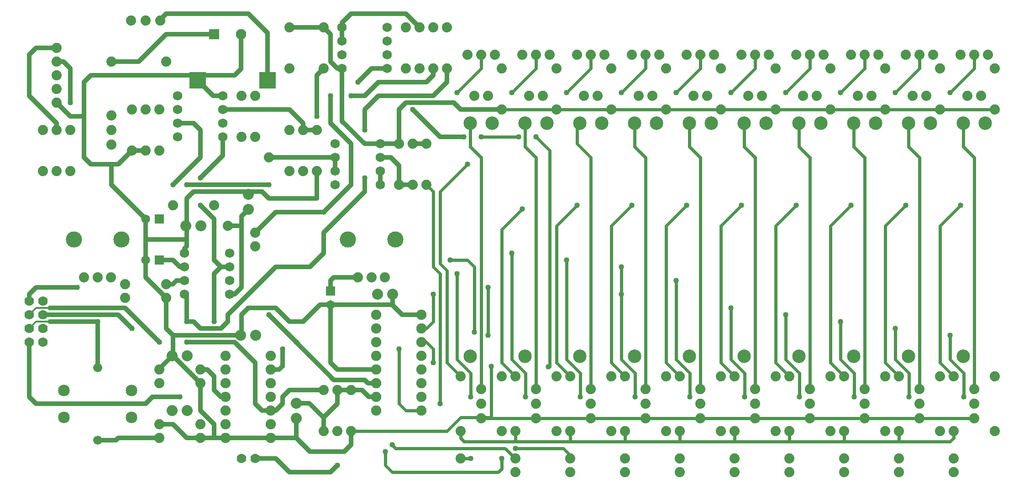
<source format=gbr>
G04 EAGLE Gerber RS-274X export*
G75*
%MOMM*%
%FSLAX34Y34*%
%LPD*%
%INTop Copper*%
%IPPOS*%
%AMOC8*
5,1,8,0,0,1.08239X$1,22.5*%
G01*
%ADD10C,1.727200*%
%ADD11C,1.879600*%
%ADD12C,2.500000*%
%ADD13C,1.905000*%
%ADD14C,2.159000*%
%ADD15C,1.676400*%
%ADD16C,2.032000*%
%ADD17R,1.651000X1.651000*%
%ADD18C,1.651000*%
%ADD19C,3.000000*%
%ADD20R,3.048000X3.048000*%
%ADD21C,1.778000*%
%ADD22C,1.930400*%
%ADD23R,1.930400X1.930400*%
%ADD24C,0.609600*%
%ADD25C,0.812800*%
%ADD26C,1.016000*%
%ADD27C,0.304800*%


D10*
X300990Y419100D03*
X300990Y393700D03*
X300990Y368300D03*
X300990Y342900D03*
X384810Y342900D03*
X384810Y368300D03*
X384810Y393700D03*
X384810Y419100D03*
D11*
X850900Y112522D03*
X850900Y139700D03*
X850900Y166878D03*
X838200Y711200D03*
X863600Y711200D03*
D12*
X830900Y661000D03*
X870900Y661000D03*
X830900Y228000D03*
D11*
X889000Y685800D03*
X889000Y762000D03*
X876300Y787400D03*
X850900Y787400D03*
X825500Y787400D03*
D10*
X664210Y546100D03*
X664210Y571500D03*
X664210Y596900D03*
X664210Y622300D03*
X580390Y622300D03*
X580390Y596900D03*
X580390Y571500D03*
X580390Y546100D03*
D11*
X63500Y749300D03*
X63500Y800100D03*
D10*
X593090Y838200D03*
X593090Y812800D03*
X593090Y787400D03*
X593090Y762000D03*
X676910Y762000D03*
X676910Y787400D03*
X676910Y812800D03*
X676910Y838200D03*
D13*
X377190Y228600D03*
X377190Y203200D03*
X377190Y177800D03*
X377190Y152400D03*
X377190Y127000D03*
X377190Y101600D03*
X377190Y76200D03*
X461010Y76200D03*
X461010Y101600D03*
X461010Y127000D03*
X461010Y152400D03*
X461010Y177800D03*
X461010Y203200D03*
X461010Y228600D03*
D11*
X812800Y190500D03*
X812800Y88900D03*
D14*
X77200Y164700D03*
X202200Y164700D03*
X77200Y114700D03*
X202200Y114700D03*
D15*
X139700Y207200D03*
X139700Y72200D03*
D11*
X914400Y12700D03*
X914400Y38100D03*
X254000Y203200D03*
X330200Y203200D03*
X330200Y177800D03*
X254000Y177800D03*
D16*
X306070Y228600D03*
X278130Y228600D03*
D11*
X330200Y76200D03*
X254000Y76200D03*
X279400Y508000D03*
X355600Y508000D03*
D17*
X254000Y406400D03*
D18*
X228600Y406400D03*
D17*
X571500Y349250D03*
D18*
X571500Y323850D03*
D11*
X762000Y762000D03*
X762000Y838200D03*
X38100Y571500D03*
X38100Y647700D03*
X254000Y685800D03*
X254000Y609600D03*
X203200Y609600D03*
X203200Y685800D03*
X165100Y674878D03*
X165100Y647700D03*
X165100Y620522D03*
X952500Y112522D03*
X952500Y139700D03*
X952500Y166878D03*
X939800Y711200D03*
X965200Y711200D03*
D12*
X932500Y661000D03*
X972500Y661000D03*
X932500Y228000D03*
D11*
X990600Y685800D03*
X990600Y762000D03*
X977900Y787400D03*
X952500Y787400D03*
X927100Y787400D03*
X914400Y190500D03*
X914400Y88900D03*
X1016000Y12700D03*
X1016000Y38100D03*
X1054100Y112522D03*
X1054100Y139700D03*
X1054100Y166878D03*
X1041400Y711200D03*
X1066800Y711200D03*
D12*
X1034100Y661000D03*
X1074100Y661000D03*
X1034100Y228000D03*
D11*
X1092200Y685800D03*
X1092200Y762000D03*
X1079500Y787400D03*
X1054100Y787400D03*
X1028700Y787400D03*
X1016000Y190500D03*
X1016000Y88900D03*
X1117600Y12700D03*
X1117600Y38100D03*
X1155700Y112522D03*
X1155700Y139700D03*
X1155700Y166878D03*
X1143000Y711200D03*
X1168400Y711200D03*
D12*
X1135700Y661000D03*
X1175700Y661000D03*
X1135700Y228000D03*
D11*
X1193800Y685800D03*
X1193800Y762000D03*
X1181100Y787400D03*
X1155700Y787400D03*
X1130300Y787400D03*
X1117600Y190500D03*
X1117600Y88900D03*
X1219200Y12700D03*
X1219200Y38100D03*
X1257300Y112522D03*
X1257300Y139700D03*
X1257300Y166878D03*
X1244600Y711200D03*
X1270000Y711200D03*
D12*
X1237300Y661000D03*
X1277300Y661000D03*
X1237300Y228000D03*
D11*
X1295400Y685800D03*
X1295400Y762000D03*
X1282700Y787400D03*
X1257300Y787400D03*
X1231900Y787400D03*
X1219200Y190500D03*
X1219200Y88900D03*
X1358900Y112522D03*
X1358900Y139700D03*
X1358900Y166878D03*
X1346200Y711200D03*
X1371600Y711200D03*
D12*
X1338900Y661000D03*
X1378900Y661000D03*
X1338900Y228000D03*
D11*
X1397000Y685800D03*
X1397000Y762000D03*
X1384300Y787400D03*
X1358900Y787400D03*
X1333500Y787400D03*
X1320800Y190500D03*
X1320800Y88900D03*
X1422400Y12700D03*
X1422400Y38100D03*
X1460500Y112522D03*
X1460500Y139700D03*
X1460500Y166878D03*
X1447800Y711200D03*
X1473200Y711200D03*
D12*
X1440500Y661000D03*
X1480500Y661000D03*
X1440500Y228000D03*
D11*
X1498600Y685800D03*
X1498600Y762000D03*
X1485900Y787400D03*
X1460500Y787400D03*
X1435100Y787400D03*
X1422400Y190500D03*
X1422400Y88900D03*
X1524000Y12700D03*
X1524000Y38100D03*
X1562100Y112522D03*
X1562100Y139700D03*
X1562100Y166878D03*
X1549400Y711200D03*
X1574800Y711200D03*
D12*
X1542100Y661000D03*
X1582100Y661000D03*
X1542100Y228000D03*
D11*
X1600200Y685800D03*
X1600200Y762000D03*
X1587500Y787400D03*
X1562100Y787400D03*
X1536700Y787400D03*
X1524000Y190500D03*
X1524000Y88900D03*
X1625600Y12700D03*
X1625600Y38100D03*
X1663700Y112522D03*
X1663700Y139700D03*
X1663700Y166878D03*
X1651000Y711200D03*
X1676400Y711200D03*
D12*
X1643700Y661000D03*
X1683700Y661000D03*
X1643700Y228000D03*
D11*
X1701800Y685800D03*
X1701800Y762000D03*
X1689100Y787400D03*
X1663700Y787400D03*
X1638300Y787400D03*
X1625600Y190500D03*
X1625600Y88900D03*
X1727200Y12700D03*
X1727200Y38100D03*
X1765300Y112522D03*
X1765300Y139700D03*
X1765300Y166878D03*
X1752600Y711200D03*
X1778000Y711200D03*
D12*
X1745300Y661000D03*
X1785300Y661000D03*
X1745300Y228000D03*
D11*
X1803400Y685800D03*
X1803400Y762000D03*
X1790700Y787400D03*
X1765300Y787400D03*
X1739900Y787400D03*
X1727200Y190500D03*
X1727200Y88900D03*
X1320800Y12700D03*
X1320800Y38100D03*
X266700Y361950D03*
X190500Y361950D03*
X609600Y88900D03*
X609600Y165100D03*
X114700Y374500D03*
X139700Y374500D03*
X164700Y374500D03*
D19*
X95700Y444500D03*
X183700Y444500D03*
D11*
X622700Y374500D03*
X647700Y374500D03*
X672700Y374500D03*
D19*
X603700Y444500D03*
X691700Y444500D03*
D11*
X266700Y336550D03*
X190500Y336550D03*
X431800Y457200D03*
X431800Y431800D03*
X812800Y38100D03*
D17*
X254000Y482600D03*
D18*
X228600Y482600D03*
D16*
X433070Y266700D03*
X405130Y266700D03*
X659130Y342900D03*
X687070Y342900D03*
X331470Y469900D03*
X303530Y469900D03*
X419100Y500380D03*
X419100Y528320D03*
D11*
X889000Y88900D03*
X889000Y190500D03*
X990600Y88900D03*
X990600Y190500D03*
X1092200Y88900D03*
X1092200Y190500D03*
X1193800Y88900D03*
X1193800Y190500D03*
X1295400Y88900D03*
X1295400Y190500D03*
X1803400Y88900D03*
X1803400Y190500D03*
X1701800Y88900D03*
X1701800Y190500D03*
X1600200Y88900D03*
X1600200Y190500D03*
X1397000Y88900D03*
X1397000Y190500D03*
X1498600Y88900D03*
X1498600Y190500D03*
X584200Y88900D03*
X584200Y165100D03*
X558800Y165100D03*
X558800Y88900D03*
D13*
X740410Y127000D03*
X740410Y152400D03*
X740410Y177800D03*
X740410Y203200D03*
X740410Y228600D03*
X740410Y254000D03*
X740410Y279400D03*
X740410Y304800D03*
X656590Y304800D03*
X656590Y279400D03*
X656590Y254000D03*
X656590Y228600D03*
X656590Y203200D03*
X656590Y177800D03*
X656590Y152400D03*
X656590Y127000D03*
D20*
X454660Y740410D03*
X325120Y740410D03*
D21*
X38100Y279400D03*
X12700Y279400D03*
X38100Y304800D03*
X12700Y304800D03*
X38100Y330200D03*
X12700Y330200D03*
X38100Y254000D03*
X12700Y254000D03*
D11*
X254000Y101600D03*
X330200Y101600D03*
D21*
X406400Y38100D03*
X431800Y38100D03*
D11*
X381000Y469900D03*
X711200Y762000D03*
X711200Y838200D03*
X558800Y838200D03*
X558800Y762000D03*
X495300Y647700D03*
X495300Y571500D03*
X495300Y838200D03*
X495300Y762000D03*
X698500Y546100D03*
X698500Y622300D03*
X749300Y546100D03*
X749300Y622300D03*
X723900Y622300D03*
X723900Y546100D03*
X63500Y774700D03*
D10*
X372110Y635000D03*
X372110Y660400D03*
X372110Y685800D03*
X372110Y711200D03*
X288290Y711200D03*
X288290Y685800D03*
X288290Y660400D03*
X288290Y635000D03*
D11*
X63500Y571500D03*
X63500Y647700D03*
X88900Y571500D03*
X88900Y647700D03*
X406400Y635000D03*
X406400Y711200D03*
X431800Y711200D03*
X431800Y635000D03*
X520700Y647700D03*
X520700Y571500D03*
X546100Y571500D03*
X546100Y647700D03*
X457200Y596900D03*
X228600Y609600D03*
X228600Y685800D03*
X736600Y762000D03*
X736600Y838200D03*
X787400Y838200D03*
X787400Y762000D03*
X255778Y850900D03*
X228600Y850900D03*
X201422Y850900D03*
X266700Y774700D03*
X165100Y774700D03*
D16*
X508000Y140970D03*
X508000Y113030D03*
D11*
X63500Y723900D03*
X63500Y698500D03*
D22*
X406000Y825500D03*
D23*
X356000Y825500D03*
D16*
X278130Y127000D03*
X306070Y127000D03*
D24*
X1663700Y112522D02*
X1765300Y112522D01*
X1663700Y112522D02*
X1562100Y112522D01*
X1460500Y112522D01*
X1358900Y112522D01*
X1257300Y112522D01*
X1155700Y112522D01*
X1054100Y112522D01*
X952500Y112522D01*
X869950Y112522D01*
X850900Y112522D01*
X889000Y685800D02*
X990600Y685800D01*
X1092200Y685800D01*
X1193800Y685800D01*
X1295400Y685800D01*
X1397000Y685800D01*
X1498600Y685800D01*
X1600200Y685800D01*
X1701800Y685800D01*
X1803400Y685800D01*
X869950Y114300D02*
X869950Y112522D01*
D25*
X558800Y838200D02*
X495300Y838200D01*
X228600Y609600D02*
X203200Y609600D01*
X177800Y584200D01*
X165100Y584200D01*
X127000Y584200D01*
X114300Y596900D01*
X114300Y673100D01*
X114300Y736600D01*
X228600Y482600D02*
X228600Y444500D01*
X300990Y427990D02*
X300990Y419100D01*
X300990Y427990D02*
X304800Y431800D01*
X304800Y468630D02*
X303530Y469900D01*
X304800Y468630D02*
X304800Y444500D01*
X304800Y431800D01*
X304800Y468630D02*
X304800Y520700D01*
X317500Y533400D01*
X419100Y533400D01*
X419100Y528320D01*
X228600Y482600D02*
X165100Y546100D01*
X165100Y584200D01*
X228600Y444500D02*
X228600Y406400D01*
X228600Y444500D02*
X304800Y444500D01*
X279400Y229870D02*
X278130Y228600D01*
X279400Y229870D02*
X279400Y266700D01*
X266700Y279400D01*
X266700Y336550D01*
X228600Y374650D01*
X228600Y406400D01*
X278130Y228600D02*
X254000Y204470D01*
X254000Y203200D01*
X279400Y228600D02*
X330200Y177800D01*
X279400Y228600D02*
X278130Y228600D01*
X279400Y266700D02*
X405130Y266700D01*
X406400Y267970D01*
X406400Y304800D01*
X330200Y177800D02*
X330200Y127000D01*
X355600Y101600D01*
X355600Y76200D01*
X377190Y76200D02*
X461010Y76200D01*
X330200Y76200D02*
X304800Y76200D01*
X279400Y101600D01*
X254000Y101600D01*
X354330Y711200D02*
X372110Y711200D01*
X558800Y838200D02*
X571500Y825500D01*
X571500Y774700D01*
X584200Y762000D02*
X593090Y762000D01*
X584200Y762000D02*
X571500Y774700D01*
X664210Y622300D02*
X698500Y622300D01*
X593090Y664210D02*
X593090Y762000D01*
X698500Y685800D02*
X698500Y622300D01*
X698500Y685800D02*
X711200Y698500D01*
X800100Y698500D01*
X812800Y685800D01*
X889000Y685800D01*
X546100Y571500D02*
X546100Y520700D01*
X457200Y520700D01*
X444500Y533400D01*
X419100Y533400D01*
X461010Y76200D02*
X508000Y76200D01*
X508000Y113030D01*
X508000Y76200D02*
X533400Y50800D01*
X596900Y50800D01*
X609600Y63500D01*
X609600Y88900D01*
X584200Y203200D02*
X656590Y203200D01*
X584200Y203200D02*
X571500Y215900D01*
X377190Y76200D02*
X355600Y76200D01*
X330200Y76200D01*
X635000Y622300D02*
X593090Y664210D01*
X635000Y622300D02*
X664210Y622300D01*
D26*
X869950Y209550D03*
D24*
X869950Y114300D01*
X812800Y114300D01*
X787400Y88900D01*
X609600Y88900D01*
D25*
X571500Y323850D02*
X685800Y323850D01*
X704850Y304800D02*
X740410Y304800D01*
X704850Y304800D02*
X685800Y323850D01*
X687070Y325120D02*
X687070Y342900D01*
X687070Y325120D02*
X685800Y323850D01*
X88900Y673100D02*
X63500Y698500D01*
X88900Y673100D02*
X114300Y673100D01*
X552450Y323850D02*
X571500Y323850D01*
X552450Y323850D02*
X520700Y292100D01*
X571500Y323850D02*
X571500Y215900D01*
X520700Y292100D02*
X495300Y292100D01*
X469900Y317500D01*
X419100Y317500D01*
X406400Y304800D01*
X393700Y749300D02*
X406000Y761600D01*
X406000Y825500D01*
X325120Y740410D02*
X354330Y711200D01*
X334010Y749300D02*
X393700Y749300D01*
X325120Y740410D02*
X316230Y749300D01*
X127000Y749300D01*
X114300Y736600D01*
X325120Y740410D02*
X334010Y749300D01*
D24*
X850900Y762000D02*
X850900Y787400D01*
X850900Y762000D02*
X806450Y717550D01*
D26*
X806450Y717550D03*
D24*
X812800Y38100D02*
X831850Y38100D01*
D26*
X831850Y38100D03*
X831850Y152400D03*
D24*
X831850Y196850D01*
X806450Y222250D01*
D26*
X806450Y381000D03*
D24*
X806450Y222250D01*
X952500Y762000D02*
X952500Y787400D01*
X952500Y762000D02*
X908050Y717550D01*
D26*
X908050Y717550D03*
X908050Y419100D03*
D24*
X908050Y222250D01*
X933450Y196850D01*
X933450Y152400D01*
D26*
X933450Y152400D03*
D24*
X895350Y57150D02*
X914400Y38100D01*
X895350Y57150D02*
X692150Y57150D01*
X685800Y63500D01*
D26*
X685800Y63500D03*
D24*
X1054100Y762000D02*
X1054100Y787400D01*
X1054100Y762000D02*
X1009650Y717550D01*
D26*
X1009650Y717550D03*
X1009650Y406400D03*
D24*
X1009650Y222250D01*
X1035050Y196850D01*
X1035050Y152400D01*
D26*
X1035050Y152400D03*
D24*
X889000Y19050D02*
X882650Y12700D01*
X889000Y19050D02*
X889000Y38100D01*
D26*
X889000Y38100D03*
X914400Y57150D03*
D24*
X1003300Y57150D01*
X1016000Y44450D01*
X1016000Y38100D01*
X882650Y12700D02*
X685800Y12700D01*
X673100Y25400D01*
X673100Y50800D01*
D26*
X673100Y50800D03*
D24*
X1155700Y762000D02*
X1155700Y787400D01*
X1155700Y762000D02*
X1111250Y717550D01*
D26*
X1111250Y717550D03*
X1111250Y393700D03*
D24*
X1111250Y342900D01*
X1111250Y222250D01*
X1136650Y196850D01*
X1136650Y152400D01*
D26*
X1136650Y152400D03*
D24*
X749300Y279400D02*
X740410Y279400D01*
X749300Y279400D02*
X762000Y292100D01*
X762000Y342900D01*
D26*
X762000Y342900D03*
X1111250Y342900D03*
D24*
X1257300Y762000D02*
X1257300Y787400D01*
X1257300Y762000D02*
X1212850Y717550D01*
D26*
X1212850Y717550D03*
X1212850Y368300D03*
D24*
X1212850Y222250D01*
X1238250Y196850D01*
X1238250Y152400D01*
D26*
X1238250Y152400D03*
D24*
X1358900Y762000D02*
X1358900Y787400D01*
X1358900Y762000D02*
X1314450Y717550D01*
D26*
X1314450Y717550D03*
D24*
X1314450Y222250D02*
X1339850Y196850D01*
X1339850Y152400D01*
D26*
X1339850Y152400D03*
D24*
X1314450Y222250D02*
X1314450Y317500D01*
D26*
X1314450Y317500D03*
D24*
X740410Y127000D02*
X711200Y127000D01*
X698500Y139700D01*
X698500Y241300D01*
D26*
X698500Y241300D03*
D24*
X1460500Y762000D02*
X1460500Y787400D01*
X1460500Y762000D02*
X1416050Y717550D01*
D26*
X1416050Y717550D03*
X1416050Y304800D03*
D24*
X1416050Y222250D01*
X1441450Y196850D01*
X1441450Y152400D01*
D26*
X1441450Y152400D03*
D24*
X1562100Y762000D02*
X1562100Y787400D01*
X1562100Y762000D02*
X1517650Y717550D01*
D26*
X1517650Y717550D03*
D24*
X1517650Y222250D02*
X1543050Y196850D01*
X1543050Y152400D01*
D26*
X1543050Y152400D03*
D24*
X1517650Y222250D02*
X1517650Y292100D01*
D26*
X1517650Y292100D03*
D24*
X749300Y254000D02*
X740410Y254000D01*
X749300Y254000D02*
X762000Y241300D01*
X762000Y215900D01*
D26*
X762000Y215900D03*
D24*
X1663700Y762000D02*
X1663700Y787400D01*
X1663700Y762000D02*
X1619250Y717550D01*
D26*
X1619250Y717550D03*
X1619250Y279400D03*
D24*
X1619250Y222250D01*
X1644650Y196850D01*
X1644650Y152400D01*
D26*
X1644650Y152400D03*
X838200Y273050D03*
D24*
X838200Y393700D01*
X825500Y406400D01*
X793750Y406400D01*
D26*
X793750Y406400D03*
D24*
X1765300Y762000D02*
X1765300Y787400D01*
X1765300Y762000D02*
X1720850Y717550D01*
D26*
X1720850Y717550D03*
X1720850Y266700D03*
D24*
X1720850Y222250D01*
X1746250Y196850D02*
X1746250Y152400D01*
D26*
X1746250Y152400D03*
D24*
X1746250Y196850D02*
X1720850Y222250D01*
D26*
X863600Y266700D03*
X863600Y355600D03*
D24*
X863600Y266700D01*
D25*
X356000Y825500D02*
X266700Y825500D01*
X215900Y774700D01*
X165100Y774700D01*
D24*
X850900Y596900D02*
X850900Y166878D01*
X830900Y616900D02*
X830900Y661000D01*
X830900Y616900D02*
X850900Y596900D01*
X787400Y215900D02*
X812800Y190500D01*
X787400Y215900D02*
X787400Y387350D01*
X774700Y400050D01*
X774700Y533400D01*
X825500Y584200D01*
D26*
X825500Y584200D03*
D24*
X977900Y609600D02*
X977900Y208280D01*
X977900Y609600D02*
X952500Y635000D01*
D26*
X952500Y635000D03*
X920750Y635000D03*
D24*
X850900Y635000D01*
D26*
X850900Y635000D03*
X819150Y635000D03*
D24*
X975360Y208280D02*
X977900Y208280D01*
D26*
X975360Y208280D03*
X723900Y685800D03*
D25*
X774700Y635000D01*
X819150Y635000D01*
D24*
X1727200Y88900D02*
X1727200Y76200D01*
X1720850Y69850D01*
X1625600Y69850D01*
X1524000Y69850D01*
X1422400Y69850D01*
X1320800Y69850D01*
X1219200Y69850D01*
X1117600Y69850D01*
X1016000Y69850D01*
X914400Y69850D01*
X819150Y69850D01*
X1625600Y69850D02*
X1625600Y88900D01*
X1524000Y88900D02*
X1524000Y69850D01*
X1422400Y69850D02*
X1422400Y88900D01*
X1320800Y88900D02*
X1320800Y69850D01*
X1219200Y69850D02*
X1219200Y88900D01*
X812800Y88900D02*
X812800Y76200D01*
X819150Y69850D01*
X914400Y69850D02*
X914400Y88900D01*
X1016000Y88900D02*
X1016000Y69850D01*
X1117600Y69850D02*
X1117600Y88900D01*
X762000Y533400D02*
X749300Y546100D01*
X762000Y533400D02*
X762000Y393700D01*
X774700Y381000D01*
X774700Y139700D01*
D26*
X774700Y139700D03*
D25*
X469900Y38100D02*
X431800Y38100D01*
X469900Y38100D02*
X495300Y12700D01*
X571500Y12700D01*
X584200Y25400D01*
D26*
X584200Y25400D03*
D25*
X342900Y203200D02*
X330200Y203200D01*
X342900Y203200D02*
X355600Y190500D01*
X355600Y165100D01*
X368300Y152400D01*
X377190Y152400D01*
X173800Y72200D02*
X139700Y72200D01*
X177800Y76200D02*
X254000Y76200D01*
X177800Y76200D02*
X173800Y72200D01*
D26*
X457200Y546100D03*
X304800Y546100D03*
D25*
X457200Y546100D01*
D26*
X482600Y241300D03*
D25*
X482600Y209550D01*
X476250Y203200D01*
X461010Y203200D01*
X642620Y152400D02*
X656590Y152400D01*
X642620Y152400D02*
X629920Y165100D01*
X609600Y165100D01*
X584200Y165100D01*
X584200Y139700D01*
X558800Y114300D01*
X558800Y88900D01*
X532130Y140970D02*
X508000Y140970D01*
X532130Y140970D02*
X558800Y114300D01*
X571500Y349250D02*
X571500Y368300D01*
X577700Y374500D01*
X622700Y374500D01*
D24*
X952500Y166878D02*
X952500Y596900D01*
X932500Y616900D02*
X932500Y661000D01*
X932500Y616900D02*
X952500Y596900D01*
X889000Y215900D02*
X914400Y190500D01*
X889000Y215900D02*
X889000Y463550D01*
D26*
X927100Y501650D03*
D24*
X889000Y463550D01*
X1028700Y622300D02*
X1054100Y596900D01*
X1054100Y166878D01*
X1028700Y622300D02*
X1028700Y655600D01*
X1034100Y661000D01*
X990600Y215900D02*
X1016000Y190500D01*
X990600Y215900D02*
X990600Y469900D01*
X1028700Y508000D01*
D26*
X1028700Y508000D03*
D24*
X1135700Y616900D02*
X1135700Y661000D01*
X1135700Y616900D02*
X1155700Y596900D01*
X1155700Y166878D01*
X1117600Y190500D02*
X1092200Y215900D01*
X1092200Y469900D01*
D26*
X1130300Y508000D03*
D24*
X1092200Y469900D01*
X1237300Y616900D02*
X1237300Y661000D01*
X1237300Y616900D02*
X1257300Y596900D01*
X1257300Y166878D01*
X1219200Y190500D02*
X1193800Y215900D01*
X1193800Y469900D01*
X1231900Y508000D01*
D26*
X1231900Y508000D03*
D24*
X1358900Y596900D02*
X1358900Y166878D01*
X1338900Y616900D02*
X1338900Y661000D01*
X1338900Y616900D02*
X1358900Y596900D01*
X1295400Y215900D02*
X1320800Y190500D01*
X1295400Y215900D02*
X1295400Y469900D01*
D26*
X1333500Y508000D03*
D24*
X1295400Y469900D01*
X1440500Y616900D02*
X1440500Y661000D01*
X1440500Y616900D02*
X1460500Y596900D01*
X1460500Y166878D01*
X1422400Y190500D02*
X1397000Y215900D01*
X1397000Y469900D01*
D26*
X1435100Y508000D03*
D24*
X1397000Y469900D01*
X1562100Y596900D02*
X1562100Y166878D01*
X1562100Y596900D02*
X1542100Y616900D01*
X1542100Y661000D01*
X1498600Y215900D02*
X1524000Y190500D01*
X1498600Y215900D02*
X1498600Y469900D01*
D26*
X1536700Y508000D03*
D24*
X1498600Y469900D01*
X1643700Y616900D02*
X1643700Y661000D01*
X1643700Y616900D02*
X1663700Y596900D01*
X1663700Y166878D01*
X1625600Y190500D02*
X1600200Y215900D01*
X1600200Y469900D01*
X1638300Y508000D01*
D26*
X1638300Y508000D03*
D24*
X1765300Y596900D02*
X1765300Y166878D01*
X1765300Y596900D02*
X1745300Y616900D01*
X1745300Y661000D01*
X1701800Y215900D02*
X1727200Y190500D01*
X1701800Y215900D02*
X1701800Y469900D01*
X1739900Y508000D01*
D26*
X1739900Y508000D03*
D25*
X368300Y393700D02*
X355600Y381000D01*
X355600Y292100D01*
D26*
X355600Y292100D03*
D25*
X368300Y393700D02*
X384810Y393700D01*
X368300Y393700D02*
X355600Y406400D01*
X355600Y482600D01*
X330200Y508000D01*
D26*
X330200Y508000D03*
D25*
X300990Y393700D02*
X292100Y393700D01*
X279400Y406400D01*
X254000Y406400D01*
X384810Y342900D02*
X393700Y342900D01*
X406400Y355600D01*
X406400Y469900D01*
X381000Y469900D01*
X406400Y469900D02*
X406400Y487680D01*
X419100Y500380D01*
D26*
X203200Y279400D03*
D25*
X177800Y304800D01*
X38100Y304800D01*
D27*
X25400Y292100D02*
X12700Y279400D01*
X25400Y292100D02*
X50800Y292100D01*
D25*
X787400Y736600D02*
X787400Y762000D01*
X787400Y736600D02*
X762000Y711200D01*
X660400Y711200D01*
X635000Y685800D01*
X635000Y647700D01*
D26*
X635000Y647700D03*
X635000Y558800D03*
D25*
X635000Y533400D01*
X558800Y457200D01*
X558800Y419100D01*
X533400Y393700D01*
X469900Y393700D01*
X381000Y304800D01*
X381000Y292100D01*
X368300Y279400D01*
X330200Y279400D01*
X317500Y292100D01*
X304800Y292100D01*
D26*
X304800Y292100D03*
X139700Y292100D03*
D25*
X50800Y292100D01*
X304800Y292100D02*
X304800Y339090D01*
X300990Y342900D01*
X139700Y292100D02*
X139700Y207200D01*
D27*
X25400Y317500D02*
X12700Y304800D01*
X25400Y317500D02*
X50800Y317500D01*
D25*
X190500Y317500D01*
X254000Y254000D01*
D26*
X254000Y254000D03*
X304800Y254000D03*
D25*
X393700Y254000D01*
X431800Y215900D01*
X431800Y139700D01*
X444500Y127000D01*
X461010Y127000D01*
X469900Y127000D01*
X482600Y139700D01*
X482600Y152400D01*
X495300Y165100D01*
X558800Y165100D01*
X641350Y177800D02*
X656590Y177800D01*
X641350Y177800D02*
X635000Y184150D01*
X577850Y184150D01*
X508000Y254000D01*
D26*
X457200Y304800D03*
X101600Y355600D03*
D25*
X12700Y342900D02*
X12700Y330200D01*
X12700Y342900D02*
X25400Y355600D01*
X101600Y355600D01*
X457200Y304800D02*
X508000Y254000D01*
D26*
X508000Y254000D03*
X558800Y495300D03*
D25*
X609600Y546100D01*
X609600Y622300D01*
X571500Y660400D01*
X571500Y711200D01*
X762000Y749300D02*
X762000Y762000D01*
D26*
X571500Y711200D03*
X609600Y711200D03*
D25*
X635000Y711200D01*
X660400Y736600D01*
X749300Y736600D01*
X762000Y749300D01*
X469900Y495300D02*
X431800Y457200D01*
X469900Y495300D02*
X558800Y495300D01*
X12700Y254000D02*
X12700Y152400D01*
X25400Y139700D01*
X228600Y139700D01*
X241300Y152400D01*
X292100Y152400D01*
D26*
X292100Y152400D03*
D25*
X698500Y546100D02*
X723900Y546100D01*
X698500Y546100D02*
X698500Y581660D01*
X683260Y596900D02*
X664210Y596900D01*
X683260Y596900D02*
X698500Y581660D01*
X723900Y622300D02*
X749300Y622300D01*
X664210Y571500D02*
X664210Y546100D01*
X580390Y596900D02*
X457200Y596900D01*
X580390Y596900D02*
X580390Y571500D01*
D26*
X330200Y558800D03*
D25*
X372110Y600710D01*
X372110Y635000D01*
D26*
X88900Y698500D03*
D25*
X88900Y762000D01*
X76200Y774700D01*
X63500Y774700D01*
X63500Y660400D02*
X63500Y647700D01*
X63500Y660400D02*
X12700Y711200D01*
X12700Y787400D01*
X25400Y800100D01*
X63500Y800100D01*
X372110Y685800D02*
X495300Y685800D01*
X520700Y660400D01*
X520700Y647700D01*
X546100Y647700D01*
X593090Y812800D02*
X593090Y838200D01*
X593090Y847090D01*
X609600Y863600D01*
X711200Y863600D01*
X736600Y838200D01*
D26*
X546100Y673100D03*
D25*
X546100Y749300D01*
X558800Y762000D01*
X647700Y762000D02*
X676910Y762000D01*
X647700Y762000D02*
X622300Y736600D01*
D26*
X622300Y736600D03*
D25*
X419100Y863600D02*
X266700Y863600D01*
X454660Y828040D02*
X454660Y740410D01*
X454660Y828040D02*
X419100Y863600D01*
X255778Y852678D02*
X255778Y850900D01*
X255778Y852678D02*
X266700Y863600D01*
D26*
X279400Y546100D03*
D25*
X330200Y596900D01*
X330200Y647700D01*
X317500Y660400D01*
X288290Y660400D01*
X279400Y361950D02*
X266700Y361950D01*
X279400Y361950D02*
X285750Y368300D01*
X300990Y368300D01*
M02*

</source>
